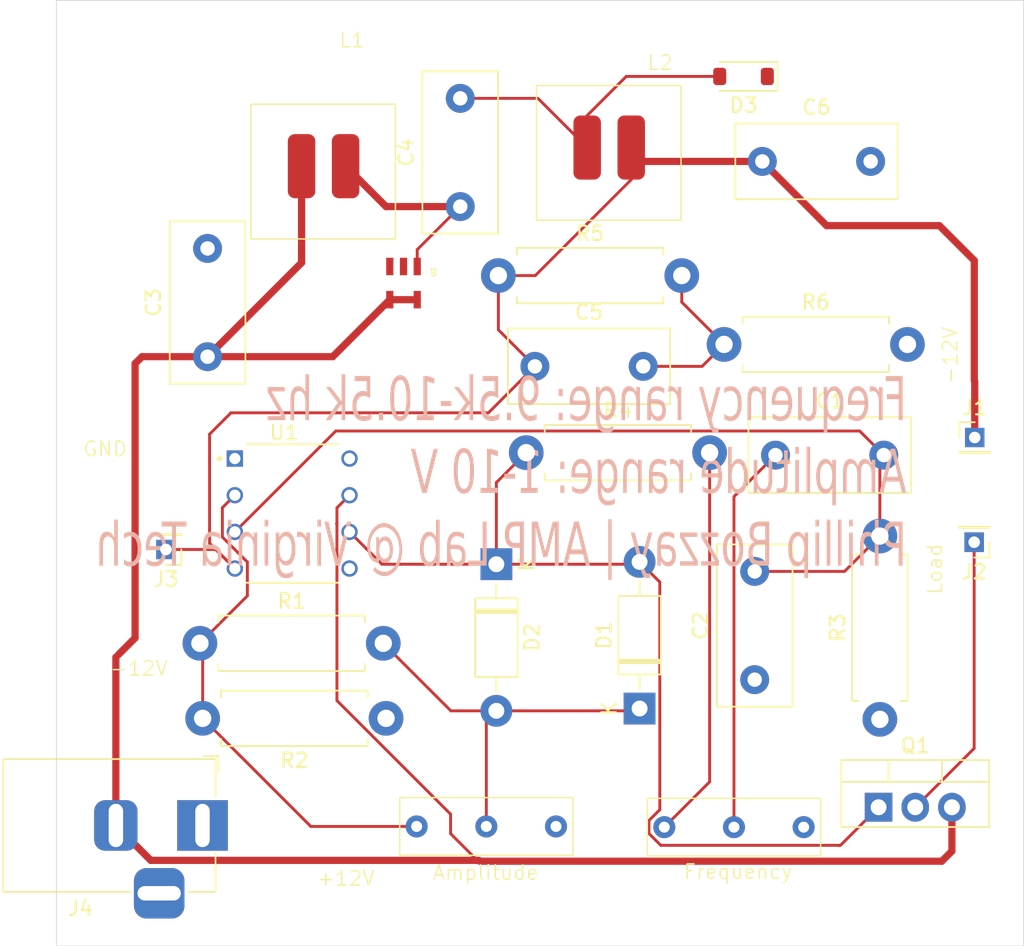
<source format=kicad_pcb>
(kicad_pcb (version 20240108) (generator "pcbnew") (generator_version "8.0")
  (layers (0 "F.Cu" signal) (31 "B.Cu" signal) (34 "B.Paste" user) (35 "F.Paste" user) (36 "B.SilkS" user "B.Silkscreen") (37 "F.SilkS" user "F.Silkscreen") (38 "B.Mask" user) (39 "F.Mask" user) (44 "Edge.Cuts" user))
  (net 0 "")
  (net 1 "Net-(C1-Pad2)")
  (net 2 "Net-(C1-Pad1)")
  (net 3 "GND")
  (net 4 "Net-(D1-K)")
  (net 5 "Net-(D1-A)")
  (net 6 "Net-(J2-Pin_1)")
  (net 7 "Net-(R1-Pad1)")
  (net 8 "Net-(R4-Pad2)")
  (net 12 "Net-(D3-A)")
  (net 13 "Net-(U2-SW)")
  (net 14 "Net-(U2-NFB)")
  (net 15 "Net-(Q1-E)")
  (net 16 "Net-(J1-Pin_1)")
  (footprint "Resistor_THT:R_Axial_DIN0411_L9.9mm_D3.6mm_P12.70mm_Horizontal" (layer "F.Cu") (at 162.42 42.14)
    (property "Reference" "R5" (at 6.35 -2.92 0) (layer "F.SilkS"))
    (property "Value" "80.5k")
    (fp_line (start 1.28 -1.92) (end 11.42 -1.92) (stroke (width 0.12)) (layer "F.SilkS"))
    (fp_line (start 1.28 -1.44) (end 1.28 -1.92) (stroke (width 0.12)) (layer "F.SilkS"))
    (fp_line (start 1.28 1.44) (end 1.28 1.92) (stroke (width 0.12)) (layer "F.SilkS"))
    (fp_line (start 1.28 1.92) (end 11.42 1.92) (stroke (width 0.12)) (layer "F.SilkS"))
    (fp_line (start 11.42 -1.92) (end 11.42 -1.44) (stroke (width 0.12)) (layer "F.SilkS"))
    (fp_line (start 11.42 1.92) (end 11.42 1.44) (stroke (width 0.12)) (layer "F.SilkS"))
    (pad "1" thru_hole circle (at 0 0) (size 2.4 2.4) (drill 1.2) (layers "*.Cu" "*.Mask") (net 16 "Net-(J1-Pin_1)"))
    (pad "2" thru_hole oval (at 12.7 0) (size 2.4 2.4) (drill 1.2) (layers "*.Cu" "*.Mask") (net 14 "Net-(U2-NFB)"))
  )
  (footprint "Connector_PinHeader_2.00mm:PinHeader_1x01_P2.00mm_Vertical" (layer "F.Cu") (at 195.41 53.36)
    (property "Reference" "J1" (at 0 -2.06 0) (layer "F.SilkS"))
    (property "Value" "LOAD-")
    (fp_line (start -1.06 -1.06) (end 0 -1.06) (stroke (width 0.12)) (layer "F.SilkS"))
    (fp_line (start -1.06 0) (end -1.06 -1.06) (stroke (width 0.12)) (layer "F.SilkS"))
    (fp_line (start -1.06 1) (end -1.06 1.06) (stroke (width 0.12)) (layer "F.SilkS"))
    (fp_line (start -1.06 1) (end 1.06 1) (stroke (width 0.12)) (layer "F.SilkS"))
    (fp_line (start -1.06 1.06) (end 1.06 1.06) (stroke (width 0.12)) (layer "F.SilkS"))
    (fp_line (start 1.06 1) (end 1.06 1.06) (stroke (width 0.12)) (layer "F.SilkS"))
    (pad "1" thru_hole rect (at 0 0) (size 1.35 1.35) (drill 0.8) (layers "*.Cu" "*.Mask") (net 16 "Net-(J1-Pin_1)"))
  )
  (footprint "Resistor_THT:R_Axial_DIN0411_L9.9mm_D3.6mm_P12.70mm_Horizontal" (layer "F.Cu") (at 164.35 54.41)
    (property "Reference" "R4" (at 6.35 -2.92 0) (layer "F.SilkS"))
    (property "Value" "1.6k")
    (fp_line (start 1.28 -1.92) (end 11.42 -1.92) (stroke (width 0.12)) (layer "F.SilkS"))
    (fp_line (start 1.28 -1.44) (end 1.28 -1.92) (stroke (width 0.12)) (layer "F.SilkS"))
    (fp_line (start 1.28 1.44) (end 1.28 1.92) (stroke (width 0.12)) (layer "F.SilkS"))
    (fp_line (start 1.28 1.92) (end 11.42 1.92) (stroke (width 0.12)) (layer "F.SilkS"))
    (fp_line (start 11.42 -1.92) (end 11.42 -1.44) (stroke (width 0.12)) (layer "F.SilkS"))
    (fp_line (start 11.42 1.92) (end 11.42 1.44) (stroke (width 0.12)) (layer "F.SilkS"))
    (pad "1" thru_hole circle (at 0 0) (size 2.4 2.4) (drill 1.2) (layers "*.Cu" "*.Mask") (net 5 "Net-(D1-A)"))
    (pad "2" thru_hole oval (at 12.7 0) (size 2.4 2.4) (drill 1.2) (layers "*.Cu" "*.Mask") (net 8 "Net-(R4-Pad2)"))
  )
  (footprint "Diode_SMD:D_SOD-123" (layer "F.Cu") (at 179.3975 28.34 180)
    (property "Reference" "D3" (at 0 -2 0) (layer "F.SilkS"))
    (property "Value" "MBR0520")
    (fp_line (start -2.36 1) (end 1.65 1) (stroke (width 0.12)) (layer "F.SilkS"))
    (fp_line (start -2.36 -1) (end 1.65 -1) (stroke (width 0.12)) (layer "F.SilkS"))
    (fp_line (start -2.36 -1) (end -2.36 1) (stroke (width 0.12)) (layer "F.SilkS"))
    (pad "1" smd roundrect (at -1.65 0 180) (size 0.9 1.2) (layers "F.Cu" "F.Paste" "F.Mask") (net 3 "GND"))
    (pad "2" smd roundrect (at 1.65 0 180) (size 0.9 1.2) (layers "F.Cu" "F.Paste" "F.Mask") (net 12 "Net-(D3-A)"))
  )
  (footprint "Capacitor_THT:C_Disc_D11.0mm_W5.0mm_P7.50mm" (layer "F.Cu") (at 180.7 34.23)
    (property "Reference" "C6" (at 3.75 -3.75 0) (layer "F.SilkS"))
    (property "Value" "10u")
    (fp_line (start -1.87 -2.62) (end -1.87 2.62) (stroke (width 0.12)) (layer "F.SilkS"))
    (fp_line (start -1.87 -2.62) (end 9.37 -2.62) (stroke (width 0.12)) (layer "F.SilkS"))
    (fp_line (start -1.87 2.62) (end 9.37 2.62) (stroke (width 0.12)) (layer "F.SilkS"))
    (fp_line (start 9.37 -2.62) (end 9.37 2.62) (stroke (width 0.12)) (layer "F.SilkS"))
    (pad "1" thru_hole circle (at 0 0) (size 2 2) (drill 1) (layers "*.Cu" "*.Mask") (net 16 "Net-(J1-Pin_1)"))
    (pad "2" thru_hole circle (at 7.5 0) (size 2 2) (drill 1) (layers "*.Cu" "*.Mask") (net 3 "GND"))
  )
  (footprint "Resistor_THT:R_Axial_DIN0411_L9.9mm_D3.6mm_P12.70mm_Horizontal" (layer "F.Cu") (at 154.64 72.82 180)
    (property "Reference" "R2" (at 6.35 -2.92 0) (layer "F.SilkS"))
    (property "Value" "2.7k")
    (fp_line (start 11.42 1.92) (end 11.42 1.44) (stroke (width 0.12)) (layer "F.SilkS"))
    (fp_line (start 11.42 -1.92) (end 11.42 -1.44) (stroke (width 0.12)) (layer "F.SilkS"))
    (fp_line (start 1.28 1.92) (end 11.42 1.92) (stroke (width 0.12)) (layer "F.SilkS"))
    (fp_line (start 1.28 1.44) (end 1.28 1.92) (stroke (width 0.12)) (layer "F.SilkS"))
    (fp_line (start 1.28 -1.44) (end 1.28 -1.92) (stroke (width 0.12)) (layer "F.SilkS"))
    (fp_line (start 1.28 -1.92) (end 11.42 -1.92) (stroke (width 0.12)) (layer "F.SilkS"))
    (pad "1" thru_hole circle (at 0 0 180) (size 2.4 2.4) (drill 1.2) (layers "*.Cu" "*.Mask") (net 3 "GND"))
    (pad "2" thru_hole oval (at 12.7 0 180) (size 2.4 2.4) (drill 1.2) (layers "*.Cu" "*.Mask") (net 7 "Net-(R1-Pad1)"))
  )
  (footprint "Capacitor_THT:C_Disc_D11.0mm_W5.0mm_P7.50mm" (layer "F.Cu") (at 181.61 54.58)
    (property "Reference" "C1" (at 3.75 -3.75 0) (layer "F.SilkS"))
    (property "Value" "10n")
    (fp_line (start -1.87 -2.62) (end -1.87 2.62) (stroke (width 0.12)) (layer "F.SilkS"))
    (fp_line (start -1.87 -2.62) (end 9.37 -2.62) (stroke (width 0.12)) (layer "F.SilkS"))
    (fp_line (start -1.87 2.62) (end 9.37 2.62) (stroke (width 0.12)) (layer "F.SilkS"))
    (fp_line (start 9.37 -2.62) (end 9.37 2.62) (stroke (width 0.12)) (layer "F.SilkS"))
    (pad "1" thru_hole circle (at 0 0) (size 2 2) (drill 1) (layers "*.Cu" "*.Mask") (net 2 "Net-(C1-Pad1)"))
    (pad "2" thru_hole circle (at 7.5 0) (size 2 2) (drill 1) (layers "*.Cu" "*.Mask") (net 1 "Net-(C1-Pad2)"))
  )
  (footprint "phil_pot:phil_pot" (layer "F.Cu") (at 178.736 80.36)
    (property "Reference" "RV2" (hide yes))
    (property "Value" "1k" (hide yes))
    (fp_rect (start -6 -2) (end 6 2) (stroke (width 0.1)) (fill none) (layer "F.SilkS"))
    (pad "1" thru_hole circle (at 4.826 0) (size 1.524 1.524) (drill 0.762) (layers "*.Cu" "*.Mask"))
    (pad "2" thru_hole circle (at 0 0) (size 1.524 1.524) (drill 0.762) (layers "*.Cu" "*.Mask") (net 2 "Net-(C1-Pad1)"))
    (pad "3" thru_hole circle (at -4.826 0) (size 1.524 1.524) (drill 0.762) (layers "*.Cu" "*.Mask") (net 8 "Net-(R4-Pad2)"))
  )
  (footprint "Connector_PinHeader_2.00mm:PinHeader_1x01_P2.00mm_Vertical" (layer "F.Cu") (at 195.37 60.615 180)
    (property "Reference" "J2" (at 0 -2.06 180) (layer "F.SilkS"))
    (property "Value" "LOAD+")
    (fp_line (start 1.06 1) (end 1.06 1.06) (stroke (width 0.12)) (layer "F.SilkS"))
    (fp_line (start -1.06 1.06) (end 1.06 1.06) (stroke (width 0.12)) (layer "F.SilkS"))
    (fp_line (start -1.06 1) (end 1.06 1) (stroke (width 0.12)) (layer "F.SilkS"))
    (fp_line (start -1.06 1) (end -1.06 1.06) (stroke (width 0.12)) (layer "F.SilkS"))
    (fp_line (start -1.06 0) (end -1.06 -1.06) (stroke (width 0.12)) (layer "F.SilkS"))
    (fp_line (start -1.06 -1.06) (end 0 -1.06) (stroke (width 0.12)) (layer "F.SilkS"))
    (pad "1" thru_hole rect (at 0 0 180) (size 1.35 1.35) (drill 0.8) (layers "*.Cu" "*.Mask") (net 6 "Net-(J2-Pin_1)"))
  )
  (footprint "Package_TO_SOT_THT:TO-220-3_Vertical" (layer "F.Cu") (at 188.75 78.98)
    (property "Reference" "Q1" (at 2.54 -4.27 0) (layer "F.SilkS"))
    (property "Value" "TIP41")
    (fp_line (start -2.58 -3.27) (end -2.58 1.371) (stroke (width 0.12)) (layer "F.SilkS"))
    (fp_line (start -2.58 -3.27) (end 7.66 -3.27) (stroke (width 0.12)) (layer "F.SilkS"))
    (fp_line (start -2.58 -1.76) (end 7.66 -1.76) (stroke (width 0.12)) (layer "F.SilkS"))
    (fp_line (start -2.58 1.371) (end 7.66 1.371) (stroke (width 0.12)) (layer "F.SilkS"))
    (fp_line (start 0.69 -3.27) (end 0.69 -1.76) (stroke (width 0.12)) (layer "F.SilkS"))
    (fp_line (start 4.391 -3.27) (end 4.391 -1.76) (stroke (width 0.12)) (layer "F.SilkS"))
    (fp_line (start 7.66 -3.27) (end 7.66 1.371) (stroke (width 0.12)) (layer "F.SilkS"))
    (pad "1" thru_hole rect (at 0 0) (size 1.905 2) (drill 1.1) (layers "*.Cu" "*.Mask") (net 5 "Net-(D1-A)"))
    (pad "2" thru_hole oval (at 2.54 0) (size 1.905 2) (drill 1.1) (layers "*.Cu" "*.Mask") (net 6 "Net-(J2-Pin_1)"))
    (pad "3" thru_hole oval (at 5.08 0) (size 1.905 2) (drill 1.1) (layers "*.Cu" "*.Mask") (net 15 "Net-(Q1-E)"))
  )
  (footprint "phil_pot:phil_pot" (layer "F.Cu") (at 161.586 80.31 180)
    (property "Reference" "RV1" (hide yes))
    (property "Value" "100k")
    (fp_rect (start -6 -2) (end 6 2) (stroke (width 0.1)) (fill none) (layer "F.SilkS"))
    (pad "1" thru_hole circle (at 4.826 0 180) (size 1.524 1.524) (drill 0.762) (layers "*.Cu" "*.Mask") (net 7 "Net-(R1-Pad1)"))
    (pad "2" thru_hole circle (at 0 0 180) (size 1.524 1.524) (drill 0.762) (layers "*.Cu" "*.Mask") (net 4 "Net-(D1-K)"))
    (pad "3" thru_hole circle (at -4.826 0 180) (size 1.524 1.524) (drill 0.762) (layers "*.Cu" "*.Mask") (net 3 "GND"))
  )
  (footprint "Capacitor_THT:C_Disc_D11.0mm_W5.0mm_P7.50mm" (layer "F.Cu") (at 164.95 48.43)
    (property "Reference" "C5" (at 3.75 -3.75 0) (layer "F.SilkS"))
    (property "Value" "68p")
    (fp_line (start -1.87 -2.62) (end -1.87 2.62) (stroke (width 0.12)) (layer "F.SilkS"))
    (fp_line (start -1.87 -2.62) (end 9.37 -2.62) (stroke (width 0.12)) (layer "F.SilkS"))
    (fp_line (start -1.87 2.62) (end 9.37 2.62) (stroke (width 0.12)) (layer "F.SilkS"))
    (fp_line (start 9.37 -2.62) (end 9.37 2.62) (stroke (width 0.12)) (layer "F.SilkS"))
    (pad "1" thru_hole circle (at 0 0) (size 2 2) (drill 1) (layers "*.Cu" "*.Mask") (net 16 "Net-(J1-Pin_1)"))
    (pad "2" thru_hole circle (at 7.5 0) (size 2 2) (drill 1) (layers "*.Cu" "*.Mask") (net 14 "Net-(U2-NFB)"))
  )
  (footprint "LF356N:DIP794W45P254L959H508Q8" (layer "F.Cu") (at 148.14 58.63)
    (property "Reference" "U1" (at -0.565 -5.607 0) (layer "F.SilkS"))
    (property "Value" "LF356N")
    (fp_line (start -3.175 -4.795) (end 3.175 -4.795) (stroke (width 0.127)) (layer "F.SilkS"))
    (fp_line (start -3.175 4.795) (end 3.175 4.795) (stroke (width 0.127)) (layer "F.SilkS"))
    (fp_circle (center -5.035 -3.81) (end -4.935 -3.81) (stroke (width 0.2)) (fill none) (layer "F.SilkS"))
    (pad "1" thru_hole rect (at -3.97 -3.81) (size 1.13 1.13) (drill 0.78) (layers "*.Cu" "*.Mask"))
    (pad "2" thru_hole circle (at -3.97 -1.27) (size 1.13 1.13) (drill 0.78) (layers "*.Cu" "*.Mask") (net 7 "Net-(R1-Pad1)"))
    (pad "3" thru_hole circle (at -3.97 1.27) (size 1.13 1.13) (drill 0.78) (layers "*.Cu" "*.Mask") (net 1 "Net-(C1-Pad2)"))
    (pad "4" thru_hole circle (at -3.97 3.81) (size 1.13 1.13) (drill 0.78) (layers "*.Cu" "*.Mask") (net 16 "Net-(J1-Pin_1)"))
    (pad "5" thru_hole circle (at 3.97 3.81) (size 1.13 1.13) (drill 0.78) (layers "*.Cu" "*.Mask"))
    (pad "6" thru_hole circle (at 3.97 1.27) (size 1.13 1.13) (drill 0.78) (layers "*.Cu" "*.Mask") (net 5 "Net-(D1-A)"))
    (pad "7" thru_hole circle (at 3.97 -1.27) (size 1.13 1.13) (drill 0.78) (layers "*.Cu" "*.Mask") (net 15 "Net-(Q1-E)"))
    (pad "8" thru_hole circle (at 3.97 -3.81) (size 1.13 1.13) (drill 0.78) (layers "*.Cu" "*.Mask"))
  )
  (footprint "Capacitor_THT:C_Disc_D11.0mm_W5.0mm_P7.50mm" (layer "F.Cu") (at 180.17 70.14 90)
    (property "Reference" "C2" (at 3.75 -3.75 90) (layer "F.SilkS"))
    (property "Value" "10n")
    (fp_line (start 9.37 -2.62) (end 9.37 2.62) (stroke (width 0.12)) (layer "F.SilkS"))
    (fp_line (start -1.87 -2.62) (end 9.37 -2.62) (stroke (width 0.12)) (layer "F.SilkS"))
    (fp_line (start -1.87 -2.62) (end -1.87 2.62) (stroke (width 0.12)) (layer "F.SilkS"))
    (fp_line (start -1.87 2.62) (end 9.37 2.62) (stroke (width 0.12)) (layer "F.SilkS"))
    (pad "1" thru_hole circle (at 0 0 90) (size 2 2) (drill 1) (layers "*.Cu" "*.Mask") (net 3 "GND"))
    (pad "2" thru_hole circle (at 7.5 0 90) (size 2 2) (drill 1) (layers "*.Cu" "*.Mask") (net 1 "Net-(C1-Pad2)"))
  )
  (footprint "Connector_PinHeader_2.00mm:PinHeader_1x01_P2.00mm_Vertical" (layer "F.Cu") (at 139.4 61.12 180)
    (property "Reference" "J3" (at 0 -2.06 180) (layer "F.SilkS"))
    (property "Value" "Conn_01x01_Socket")
    (fp_line (start 1.06 1) (end 1.06 1.06) (stroke (width 0.12)) (layer "F.SilkS"))
    (fp_line (start -1.06 1.06) (end 1.06 1.06) (stroke (width 0.12)) (layer "F.SilkS"))
    (fp_line (start -1.06 1) (end 1.06 1) (stroke (width 0.12)) (layer "F.SilkS"))
    (fp_line (start -1.06 1) (end -1.06 1.06) (stroke (width 0.12)) (layer "F.SilkS"))
    (fp_line (start -1.06 0) (end -1.06 -1.06) (stroke (width 0.12)) (layer "F.SilkS"))
    (fp_line (start -1.06 -1.06) (end 0 -1.06) (stroke (width 0.12)) (layer "F.SilkS"))
    (pad "1" thru_hole rect (at 0 0 180) (size 1.35 1.35) (drill 0.8) (layers "*.Cu" "*.Mask") (net 16 "Net-(J1-Pin_1)"))
  )
  (footprint "Connector_BarrelJack:BarrelJack_Horizontal" (layer "F.Cu") (at 141.93 80.2425)
    (property "Reference" "J4" (at -8.45 5.75 0) (layer "F.SilkS"))
    (property "Value" "12V")
    (fp_line (start -13.8 -4.6) (end 0.9 -4.6) (stroke (width 0.12)) (layer "F.SilkS"))
    (fp_line (start -13.8 4.6) (end -13.8 -4.6) (stroke (width 0.12)) (layer "F.SilkS"))
    (fp_line (start -5 4.6) (end -13.8 4.6) (stroke (width 0.12)) (layer "F.SilkS"))
    (fp_line (start 0.05 -4.8) (end 1.1 -4.8) (stroke (width 0.12)) (layer "F.SilkS"))
    (fp_line (start 0.9 -4.6) (end 0.9 -2) (stroke (width 0.12)) (layer "F.SilkS"))
    (fp_line (start 0.9 1.9) (end 0.9 4.6) (stroke (width 0.12)) (layer "F.SilkS"))
    (fp_line (start 0.9 4.6) (end -1 4.6) (stroke (width 0.12)) (layer "F.SilkS"))
    (fp_line (start 1.1 -3.75) (end 1.1 -4.8) (stroke (width 0.12)) (layer "F.SilkS"))
    (pad "1" thru_hole rect (at 0 0) (size 3.5 3.5) (drill oval 1 3) (layers "*.Cu" "*.Mask") (net 3 "GND"))
    (pad "2" thru_hole roundrect (at -6 0) (size 3 3.5) (drill oval 1 3) (layers "*.Cu" "*.Mask") (net 15 "Net-(Q1-E)"))
    (pad "3" thru_hole roundrect (at -3 4.7) (size 3.5 3.5) (drill oval 3 1) (layers "*.Cu" "*.Mask"))
  )
  (footprint "Diode_THT:D_DO-41_SOD81_P10.16mm_Horizontal" (layer "F.Cu") (at 162.28 62.14 -90)
    (property "Reference" "D2" (at 5.08 -2.47 90) (layer "F.SilkS"))
    (property "Value" "1N4001")
    (fp_line (start 2.36 1.47) (end 7.8 1.47) (stroke (width 0.12)) (layer "F.SilkS"))
    (fp_line (start 7.8 1.47) (end 7.8 -1.47) (stroke (width 0.12)) (layer "F.SilkS"))
    (fp_line (start 1.34 0) (end 2.36 0) (stroke (width 0.12)) (layer "F.SilkS"))
    (fp_line (start 8.82 0) (end 7.8 0) (stroke (width 0.12)) (layer "F.SilkS"))
    (fp_line (start 2.36 -1.47) (end 2.36 1.47) (stroke (width 0.12)) (layer "F.SilkS"))
    (fp_line (start 3.14 -1.47) (end 3.14 1.47) (stroke (width 0.12)) (layer "F.SilkS"))
    (fp_line (start 3.26 -1.47) (end 3.26 1.47) (stroke (width 0.12)) (layer "F.SilkS"))
    (fp_line (start 3.38 -1.47) (end 3.38 1.47) (stroke (width 0.12)) (layer "F.SilkS"))
    (fp_line (start 7.8 -1.47) (end 2.36 -1.47) (stroke (width 0.12)) (layer "F.SilkS"))
    (fp_text user "K" (at 0 -2.1 90) (layer "F.SilkS"))
    (pad "1" thru_hole rect (at 0 0 270) (size 2.2 2.2) (drill 1.1) (layers "*.Cu" "*.Mask") (net 5 "Net-(D1-A)"))
    (pad "2" thru_hole oval (at 10.16 0 270) (size 2.2 2.2) (drill 1.1) (layers "*.Cu" "*.Mask") (net 4 "Net-(D1-K)"))
  )
  (footprint "Resistor_THT:R_Axial_DIN0411_L9.9mm_D3.6mm_P12.70mm_Horizontal" (layer "F.Cu") (at 188.84 72.89 90)
    (property "Reference" "R3" (at 6.35 -2.92 90) (layer "F.SilkS"))
    (property "Value" "1.6k")
    (fp_line (start 11.42 -1.92) (end 11.42 -1.44) (stroke (width 0.12)) (layer "F.SilkS"))
    (fp_line (start 1.28 -1.92) (end 11.42 -1.92) (stroke (width 0.12)) (layer "F.SilkS"))
    (fp_line (start 1.28 -1.44) (end 1.28 -1.92) (stroke (width 0.12)) (layer "F.SilkS"))
    (fp_line (start 1.28 1.44) (end 1.28 1.92) (stroke (width 0.12)) (layer "F.SilkS"))
    (fp_line (start 11.42 1.92) (end 11.42 1.44) (stroke (width 0.12)) (layer "F.SilkS"))
    (fp_line (start 1.28 1.92) (end 11.42 1.92) (stroke (width 0.12)) (layer "F.SilkS"))
    (pad "1" thru_hole circle (at 0 0 90) (size 2.4 2.4) (drill 1.2) (layers "*.Cu" "*.Mask") (net 3 "GND"))
    (pad "2" thru_hole oval (at 12.7 0 90) (size 2.4 2.4) (drill 1.2) (layers "*.Cu" "*.Mask") (net 1 "Net-(C1-Pad2)"))
  )
  (footprint "Capacitor_THT:C_Disc_D11.0mm_W5.0mm_P7.50mm" (layer "F.Cu") (at 159.78 37.36 90)
    (property "Reference" "C4" (at 3.75 -3.75 90) (layer "F.SilkS"))
    (property "Value" "1u")
    (fp_line (start 9.37 -2.62) (end 9.37 2.62) (stroke (width 0.12)) (layer "F.SilkS"))
    (fp_line (start -1.87 -2.62) (end 9.37 -2.62) (stroke (width 0.12)) (layer "F.SilkS"))
    (fp_line (start -1.87 -2.62) (end -1.87 2.62) (stroke (width 0.12)) (layer "F.SilkS"))
    (fp_line (start -1.87 2.62) (end 9.37 2.62) (stroke (width 0.12)) (layer "F.SilkS"))
    (pad "1" thru_hole circle (at 0 0 90) (size 2 2) (drill 1) (layers "*.Cu" "*.Mask") (net 13 "Net-(U2-SW)"))
    (pad "2" thru_hole circle (at 7.5 0 90) (size 2 2) (drill 1) (layers "*.Cu" "*.Mask") (net 12 "Net-(D3-A)"))
  )
  (footprint "Diode_THT:D_DO-41_SOD81_P10.16mm_Horizontal" (layer "F.Cu") (at 172.2 72.14 90)
    (property "Reference" "D1" (at 5.08 -2.47 90) (layer "F.SilkS"))
    (property "Value" "1N4001")
    (fp_line (start 7.8 -1.47) (end 2.36 -1.47) (stroke (width 0.12)) (layer "F.SilkS"))
    (fp_line (start 3.38 -1.47) (end 3.38 1.47) (stroke (width 0.12)) (layer "F.SilkS"))
    (fp_line (start 3.26 -1.47) (end 3.26 1.47) (stroke (width 0.12)) (layer "F.SilkS"))
    (fp_line (start 3.14 -1.47) (end 3.14 1.47) (stroke (width 0.12)) (layer "F.SilkS"))
    (fp_line (start 2.36 -1.47) (end 2.36 1.47) (stroke (width 0.12)) (layer "F.SilkS"))
    (fp_line (start 8.82 0) (end 7.8 0) (stroke (width 0.12)) (layer "F.SilkS"))
    (fp_line (start 1.34 0) (end 2.36 0) (stroke (width 0.12)) (layer "F.SilkS"))
    (fp_line (start 7.8 1.47) (end 7.8 -1.47) (stroke (width 0.12)) (layer "F.SilkS"))
    (fp_line (start 2.36 1.47) (end 7.8 1.47) (stroke (width 0.12)) (layer "F.SilkS"))
    (fp_text user "K" (at 0 -2.1 90) (layer "F.SilkS"))
    (pad "1" thru_hole rect (at 0 0 90) (size 2.2 2.2) (drill 1.1) (layers "*.Cu" "*.Mask") (net 4 "Net-(D1-K)"))
    (pad "2" thru_hole oval (at 10.16 0 90) (size 2.2 2.2) (drill 1.1) (layers "*.Cu" "*.Mask") (net 5 "Net-(D1-A)"))
  )
  (footprint "Resistor_THT:R_Axial_DIN0411_L9.9mm_D3.6mm_P12.70mm_Horizontal" (layer "F.Cu") (at 141.75 67.62)
    (property "Reference" "R1" (at 6.35 -2.92 0) (layer "F.SilkS"))
    (property "Value" "5.6k")
    (fp_line (start 1.28 -1.92) (end 11.42 -1.92) (stroke (width 0.12)) (layer "F.SilkS"))
    (fp_line (start 1.28 -1.44) (end 1.28 -1.92) (stroke (width 0.12)) (layer "F.SilkS"))
    (fp_line (start 1.28 1.44) (end 1.28 1.92) (stroke (width 0.12)) (layer "F.SilkS"))
    (fp_line (start 1.28 1.92) (end 11.42 1.92) (stroke (width 0.12)) (layer "F.SilkS"))
    (fp_line (start 11.42 -1.92) (end 11.42 -1.44) (stroke (width 0.12)) (layer "F.SilkS"))
    (fp_line (start 11.42 1.92) (end 11.42 1.44) (stroke (width 0.12)) (layer "F.SilkS"))
    (pad "1" thru_hole circle (at 0 0) (size 2.4 2.4) (drill 1.2) (layers "*.Cu" "*.Mask") (net 7 "Net-(R1-Pad1)"))
    (pad "2" thru_hole oval (at 12.7 0) (size 2.4 2.4) (drill 1.2) (layers "*.Cu" "*.Mask") (net 4 "Net-(D1-K)"))
  )
  (footprint "Custom:Inductor_CR43NP" (layer "F.Cu") (at 152.28 26.33)
    (property "Reference" "L1" (at 0 -0.5 0) (layer "F.SilkS") (effects (font (thickness 0.1))))
    (property "Value" "10u")
    (fp_rect (start -7 3.93) (end 3.01 13.27) (stroke (width 0.1)) (fill none) (layer "F.SilkS"))
    (pad "1" smd roundrect (at -3.49 8.23 180) (size 1.905 4.445) (layers "F.Cu" "F.Paste" "F.Mask") (net 15 "Net-(Q1-E)"))
    (pad "2" smd roundrect (at -0.44 8.23 180) (size 1.905 4.445) (layers "F.Cu" "F.Paste" "F.Mask") (net 13 "Net-(U2-SW)"))
  )
  (footprint "Capacitor_THT:C_Disc_D11.0mm_W5.0mm_P7.50mm" (layer "F.Cu") (at 142.28 47.76 90)
    (property "Reference" "C3" (at 3.75 -3.75 90) (layer "F.SilkS"))
    (property "Value" "4.7u")
    (fp_line (start 9.37 -2.62) (end 9.37 2.62) (stroke (width 0.12)) (layer "F.SilkS"))
    (fp_line (start -1.87 -2.62) (end 9.37 -2.62) (stroke (width 0.12)) (layer "F.SilkS"))
    (fp_line (start -1.87 -2.62) (end -1.87 2.62) (stroke (width 0.12)) (layer "F.SilkS"))
    (fp_line (start -1.87 2.62) (end 9.37 2.62) (stroke (width 0.12)) (layer "F.SilkS"))
    (pad "1" thru_hole circle (at 0 0 90) (size 2 2) (drill 1) (layers "*.Cu" "*.Mask") (net 15 "Net-(Q1-E)"))
    (pad "2" thru_hole circle (at 7.5 0 90) (size 2 2) (drill 1) (layers "*.Cu" "*.Mask") (net 3 "GND"))
  )
  (footprint "Custom:Inductor_CR43NP" (layer "F.Cu") (at 172.06 25.04)
    (property "Reference" "L2" (at 1.56 2.35 0) (layer "F.SilkS") (effects (font (thickness 0.1))))
    (property "Value" "10u")
    (fp_rect (start -7 3.93) (end 3.01 13.27) (stroke (width 0.1)) (fill none) (layer "F.SilkS"))
    (pad "1" smd roundrect (at -3.49 8.23 180) (size 1.905 4.445) (layers "F.Cu" "F.Paste" "F.Mask") (net 12 "Net-(D3-A)"))
    (pad "2" smd roundrect (at -0.44 8.23 180) (size 1.905 4.445) (layers "F.Cu" "F.Paste" "F.Mask") (net 16 "Net-(J1-Pin_1)"))
  )
  (footprint "LT1931AES5TRMPBF:SOT-5_S" (layer "F.Cu") (at 155.85 42.66 -90)
    (property "Reference" "U2" (at -0.7556 -2.1004 90) (layer "F.SilkS") (effects (font (size 0.314961 0.314961))))
    (property "Value" "LT1931AES5TRMPBF")
    (pad "1" smd rect (at -1.15 -0.95 270) (size 1.2112 0.5008) (layers "F.Cu" "F.Paste" "F.Mask") (net 13 "Net-(U2-SW)"))
    (pad "2" smd rect (at -1.15 0 270) (size 1.2112 0.5008) (layers "F.Cu" "F.Paste" "F.Mask") (net 3 "GND"))
    (pad "3" smd rect (at -1.15 0.95 270) (size 1.2112 0.5008) (layers "F.Cu" "F.Paste" "F.Mask") (net 14 "Net-(U2-NFB)"))
    (pad "4" smd rect (at 1.15 0.95 270) (size 1.2112 0.5008) (layers "F.Cu" "F.Paste" "F.Mask") (net 15 "Net-(Q1-E)"))
    (pad "5" smd rect (at 1.15 -0.95 270) (size 1.2112 0.5008) (layers "F.Cu" "F.Paste" "F.Mask") (net 15 "Net-(Q1-E)"))
  )
  (footprint "Resistor_THT:R_Axial_DIN0411_L9.9mm_D3.6mm_P12.70mm_Horizontal" (layer "F.Cu") (at 178.05 46.91)
    (property "Reference" "R6" (at 6.35 -2.92 0) (layer "F.SilkS"))
    (property "Value" "10k")
    (fp_line (start 1.28 -1.92) (end 11.42 -1.92) (stroke (width 0.12)) (layer "F.SilkS"))
    (fp_line (start 1.28 -1.44) (end 1.28 -1.92) (stroke (width 0.12)) (layer "F.SilkS"))
    (fp_line (start 1.28 1.44) (end 1.28 1.92) (stroke (width 0.12)) (layer "F.SilkS"))
    (fp_line (start 1.28 1.92) (end 11.42 1.92) (stroke (width 0.12)) (layer "F.SilkS"))
    (fp_line (start 11.42 -1.92) (end 11.42 -1.44) (stroke (width 0.12)) (layer "F.SilkS"))
    (fp_line (start 11.42 1.92) (end 11.42 1.44) (stroke (width 0.12)) (layer "F.SilkS"))
    (pad "1" thru_hole circle (at 0 0) (size 2.4 2.4) (drill 1.2) (layers "*.Cu" "*.Mask") (net 14 "Net-(U2-NFB)"))
    (pad "2" thru_hole oval (at 12.7 0) (size 2.4 2.4) (drill 1.2) (layers "*.Cu" "*.Mask") (net 3 "GND"))
  )
  (gr_rect (start 131.81 23.07) (end 198.8 88.6) (stroke (width 0.05)) (fill none) (layer "Edge.Cuts"))
  (gr_text "Frequency range: 9.5k-10.5k hz\nAmplitude range: 1-10 V\nPhillip Bozzay | AMP Lab @ Virginia Tech" (at 190.69 62.75 0) (layer "B.SilkS") (effects (font (size 3 2) (thickness 0.1)) (justify left bottom mirror)))
  (gr_text "Amplitude\n" (at 157.8 84.09 0) (layer "F.SilkS") (effects (font (size 1 1) (thickness 0.1)) (justify left bottom)))
  (gr_text "GND\n" (at 133.6 54.74 0) (layer "F.SilkS") (effects (font (size 1 1) (thickness 0.1)) (justify left bottom)))
  (gr_text "-12V\n" (at 194.29 49.74 90) (layer "F.SilkS") (effects (font (size 1 1) (thickness 0.1)) (justify left bottom)))
  (gr_text "Frequency\n" (at 175.19 84.03 0) (layer "F.SilkS") (effects (font (size 1 1) (thickness 0.1)) (justify left bottom)))
  (gr_text "-12V\n" (at 135.46 69.95 0) (layer "F.SilkS") (effects (font (size 1 1) (thickness 0.1)) (justify left bottom)))
  (gr_text "Load\n" (at 193.23 64.31 90) (layer "F.SilkS") (effects (font (size 1 1) (thickness 0.1)) (justify left bottom)))
  (gr_text "+12V\n" (at 149.79 84.5 0) (layer "F.SilkS") (effects (font (size 1 1) (thickness 0.1)) (justify left bottom)))
  (segment (start 144.17 59.9) (end 151.16 52.91) (width 0.2) (layer "F.Cu") (net 1))
  (segment (start 187.44 52.91) (end 189.11 54.58) (width 0.2) (layer "F.Cu") (net 1))
  (segment (start 151.16 52.91) (end 187.44 52.91) (width 0.2) (layer "F.Cu") (net 1))
  (segment (start 180.17 62.64) (end 186.39 62.64) (width 0.2) (layer "F.Cu") (net 1))
  (segment (start 188.84 54.85) (end 189.11 54.58) (width 0.2) (layer "F.Cu") (net 1))
  (segment (start 188.84 60.19) (end 188.84 54.85) (width 0.2) (layer "F.Cu") (net 1))
  (segment (start 186.39 62.64) (end 188.84 60.19) (width 0.2) (layer "F.Cu") (net 1))
  (segment (start 181.61 54.58) (end 178.736 57.454) (width 0.2) (layer "F.Cu") (net 2))
  (segment (start 178.736 57.454) (end 178.736 80.36) (width 0.2) (layer "F.Cu") (net 2))
  (segment (start 161.586 72.994) (end 162.28 72.3) (width 0.2) (layer "F.Cu") (net 4))
  (segment (start 159.13 72.3) (end 154.45 67.62) (width 0.2) (layer "F.Cu") (net 4))
  (segment (start 162.28 72.3) (end 159.13 72.3) (width 0.2) (layer "F.Cu") (net 4))
  (segment (start 161.586 80.31) (end 161.586 72.994) (width 0.2) (layer "F.Cu") (net 4))
  (segment (start 172.04 72.3) (end 172.2 72.14) (width 0.2) (layer "F.Cu") (net 4))
  (segment (start 162.28 72.3) (end 172.04 72.3) (width 0.2) (layer "F.Cu") (net 4))
  (segment (start 172.2 61.98) (end 173.6 63.38) (width 0.2) (layer "F.Cu") (net 5))
  (segment (start 173.668105 81.62) (end 186.01 81.62) (width 0.2) (layer "F.Cu") (net 5))
  (segment (start 173.6 63.38) (end 173.6 79.15) (width 0.2) (layer "F.Cu") (net 5))
  (segment (start 152.11 59.9) (end 154.35 62.14) (width 0.2) (layer "F.Cu") (net 5))
  (segment (start 172.04 62.14) (end 172.2 61.98) (width 0.2) (layer "F.Cu") (net 5))
  (segment (start 164.35 54.41) (end 162.28 56.48) (width 0.2) (layer "F.Cu") (net 5))
  (segment (start 154.35 62.14) (end 162.28 62.14) (width 0.2) (layer "F.Cu") (net 5))
  (segment (start 173.6 79.15) (end 172.848 79.902) (width 0.2) (layer "F.Cu") (net 5))
  (segment (start 188.75 78.98) (end 186.11 81.62) (width 0.2) (layer "F.Cu") (net 5))
  (segment (start 162.28 62.14) (end 172.04 62.14) (width 0.2) (layer "F.Cu") (net 5))
  (segment (start 172.848 79.902) (end 172.848 80.799895) (width 0.2) (layer "F.Cu") (net 5))
  (segment (start 162.28 56.48) (end 162.28 62.14) (width 0.2) (layer "F.Cu") (net 5))
  (segment (start 172.848 80.799895) (end 173.668105 81.62) (width 0.2) (layer "F.Cu") (net 5))
  (segment (start 186.11 81.62) (end 186.01 81.62) (width 0.2) (layer "F.Cu") (net 5))
  (segment (start 191.29 78.98) (end 195.37 74.9) (width 0.2) (layer "F.Cu") (net 6))
  (segment (start 195.37 60.615) (end 195.37 74.9) (width 0.2) (layer "F.Cu") (net 6))
  (segment (start 143.305 60.258295) (end 143.305 58.225) (width 0.2) (layer "F.Cu") (net 7))
  (segment (start 141.94 72.82) (end 141.94 67.81) (width 0.2) (layer "F.Cu") (net 7))
  (segment (start 143.305 58.225) (end 144.17 57.36) (width 0.2) (layer "F.Cu") (net 7))
  (segment (start 145.035 64.335) (end 145.035 61.988295) (width 0.2) (layer "F.Cu") (net 7))
  (segment (start 141.94 67.81) (end 141.75 67.62) (width 0.2) (layer "F.Cu") (net 7))
  (segment (start 149.43 80.31) (end 141.94 72.82) (width 0.2) (layer "F.Cu") (net 7))
  (segment (start 145.035 61.988295) (end 143.305 60.258295) (width 0.2) (layer "F.Cu") (net 7))
  (segment (start 156.76 80.31) (end 149.43 80.31) (width 0.2) (layer "F.Cu") (net 7))
  (segment (start 141.75 67.62) (end 145.035 64.335) (width 0.2) (layer "F.Cu") (net 7))
  (segment (start 177.05 77.22) (end 173.91 80.36) (width 0.2) (layer "F.Cu") (net 8))
  (segment (start 177.05 54.41) (end 177.05 77.22) (width 0.2) (layer "F.Cu") (net 8))
  (segment (start 159.78 29.86) (end 165.16 29.86) (width 0.2) (layer "F.Cu") (net 12))
  (segment (start 171.2775 28.34) (end 177.7475 28.34) (width 0.2) (layer "F.Cu") (net 12))
  (segment (start 168.57 31.0475) (end 171.2775 28.34) (width 0.2) (layer "F.Cu") (net 12))
  (segment (start 165.16 29.86) (end 168.57 33.27) (width 0.2) (layer "F.Cu") (net 12))
  (segment (start 168.57 33.27) (end 168.57 31.0475) (width 0.2) (layer "F.Cu") (net 12))
  (segment (start 159.78 37.36) (end 156.8 40.34) (width 0.2) (layer "F.Cu") (net 13))
  (segment (start 151.84 34.56) (end 154.64 37.36) (width 0.5) (layer "F.Cu") (net 13))
  (segment (start 156.8 40.34) (end 156.8 41.51) (width 0.2) (layer "F.Cu") (net 13))
  (segment (start 154.64 37.36) (end 159.78 37.36) (width 0.5) (layer "F.Cu") (net 13))
  (segment (start 175.12 43.98) (end 178.05 46.91) (width 0.2) (layer "F.Cu") (net 14))
  (segment (start 154.9 41.51) (end 154.9 41.8652) (width 0.2) (layer "F.Cu") (net 14))
  (segment (start 175.12 42.14) (end 175.12 43.98) (width 0.2) (layer "F.Cu") (net 14))
  (segment (start 172.45 48.43) (end 176.53 48.43) (width 0.2) (layer "F.Cu") (net 14))
  (segment (start 176.53 48.43) (end 178.05 46.91) (width 0.2) (layer "F.Cu") (net 14))
  (segment (start 148.79 34.56) (end 148.79 41.25) (width 0.5) (layer "F.Cu") (net 15))
  (segment (start 138.3475 82.66) (end 161.078679 82.66) (width 0.5) (layer "F.Cu") (net 15))
  (segment (start 142.28 47.76) (end 137.74 47.76) (width 0.5) (layer "F.Cu") (net 15))
  (segment (start 151.24 59.33) (end 151.24 58.23) (width 0.2) (layer "F.Cu") (net 15))
  (segment (start 137.74 47.76) (end 137.26 48.24) (width 0.5) (layer "F.Cu") (net 15))
  (segment (start 151.24 71.59) (end 159.11 79.46) (width 0.2) (layer "F.Cu") (net 15))
  (segment (start 193.83 78.98) (end 193.83 82.02) (width 0.5) (layer "F.Cu") (net 15))
  (segment (start 159.11 79.46) (end 159.11 80.81) (width 0.2) (layer "F.Cu") (net 15))
  (segment (start 161.138679 82.72) (end 161.078679 82.66) (width 0.2) (layer "F.Cu") (net 15))
  (segment (start 151.24 59.33) (end 151.24 71.59) (width 0.2) (layer "F.Cu") (net 15))
  (segment (start 154.9 43.81) (end 156.8 43.81) (width 0.5) (layer "F.Cu") (net 15))
  (segment (start 135.93 80.2425) (end 138.3475 82.66) (width 0.5) (layer "F.Cu") (net 15))
  (segment (start 159.11 80.81) (end 160.96 82.66) (width 0.2) (layer "F.Cu") (net 15))
  (segment (start 137.26 48.24) (end 137.26 67.25) (width 0.5) (layer "F.Cu") (net 15))
  (segment (start 148.79 41.25) (end 142.28 47.76) (width 0.5) (layer "F.Cu") (net 15))
  (segment (start 193.13 82.72) (end 161.138679 82.72) (width 0.5) (layer "F.Cu") (net 15))
  (segment (start 135.93 80.2425) (end 135.93 68.58) (width 0.5) (layer "F.Cu") (net 15))
  (segment (start 150.95 47.76) (end 154.9 43.81) (width 0.5) (layer "F.Cu") (net 15))
  (segment (start 137.26 67.25) (end 136.1 68.41) (width 0.5) (layer "F.Cu") (net 15))
  (segment (start 142.28 47.76) (end 150.95 47.76) (width 0.5) (layer "F.Cu") (net 15))
  (segment (start 193.83 82.02) (end 193.13 82.72) (width 0.5) (layer "F.Cu") (net 15))
  (segment (start 135.93 68.58) (end 136.1 68.41) (width 0.2) (layer "F.Cu") (net 15))
  (segment (start 160.96 82.66) (end 161.078679 82.66) (width 0.2) (layer "F.Cu") (net 15))
  (segment (start 151.21 59.33) (end 151.24 59.33) (width 0.2) (layer "F.Cu") (net 15))
  (segment (start 151.24 58.23) (end 152.11 57.36) (width 0.2) (layer "F.Cu") (net 15))
  (segment (start 164.9725 42.14) (end 162.42 42.14) (width 0.2) (layer "F.Cu") (net 16))
  (segment (start 142.42 60.69) (end 144.17 62.44) (width 0.2) (layer "F.Cu") (net 16))
  (segment (start 139.4 61.12) (end 142.85 61.12) (width 0.2) (layer "F.Cu") (net 16))
  (segment (start 164.95 48.43) (end 162.42 45.9) (width 0.2) (layer "F.Cu") (net 16))
  (segment (start 142.42 59.75) (end 142.42 60.69) (width 0.2) (layer "F.Cu") (net 16))
  (segment (start 172.58 34.23) (end 180.7 34.23) (width 0.5) (layer "F.Cu") (net 16))
  (segment (start 195.38 49.418679) (end 195.38 41.1) (width 0.5) (layer "F.Cu") (net 16))
  (segment (start 142.42 59.75) (end 142.42 53.13) (width 0.2) (layer "F.Cu") (net 16))
  (segment (start 171.62 33.27) (end 172.58 34.23) (width 0.2) (layer "F.Cu") (net 16))
  (segment (start 195.41 53.36) (end 195.41 49.448679) (width 0.5) (layer "F.Cu") (net 16))
  (segment (start 195.38 41.1) (end 192.96 38.68) (width 0.5) (layer "F.Cu") (net 16))
  (segment (start 171.62 35.4925) (end 164.9725 42.14) (width 0.2) (layer "F.Cu") (net 16))
  (segment (start 192.96 38.68) (end 185.15 38.68) (width 0.5) (layer "F.Cu") (net 16))
  (segment (start 161.73 51.65) (end 164.95 48.43) (width 0.2) (layer "F.Cu") (net 16))
  (segment (start 195.41 49.448679) (end 195.38 49.418679) (width 0.2) (layer "F.Cu") (net 16))
  (segment (start 185.15 38.68) (end 180.7 34.23) (width 0.5) (layer "F.Cu") (net 16))
  (segment (start 143.88 51.67) (end 143.88 51.65) (width 0.2) (layer "F.Cu") (net 16))
  (segment (start 162.42 45.9) (end 162.42 42.14) (width 0.2) (layer "F.Cu") (net 16))
  (segment (start 142.85 61.12) (end 144.17 62.44) (width 0.2) (layer "F.Cu") (net 16))
  (segment (start 143.88 51.65) (end 161.73 51.65) (width 0.2) (layer "F.Cu") (net 16))
  (segment (start 171.62 33.27) (end 171.62 35.4925) (width 0.2) (layer "F.Cu") (net 16))
  (segment (start 142.42 53.13) (end 143.88 51.67) (width 0.2) (layer "F.Cu") (net 16))
)
</source>
